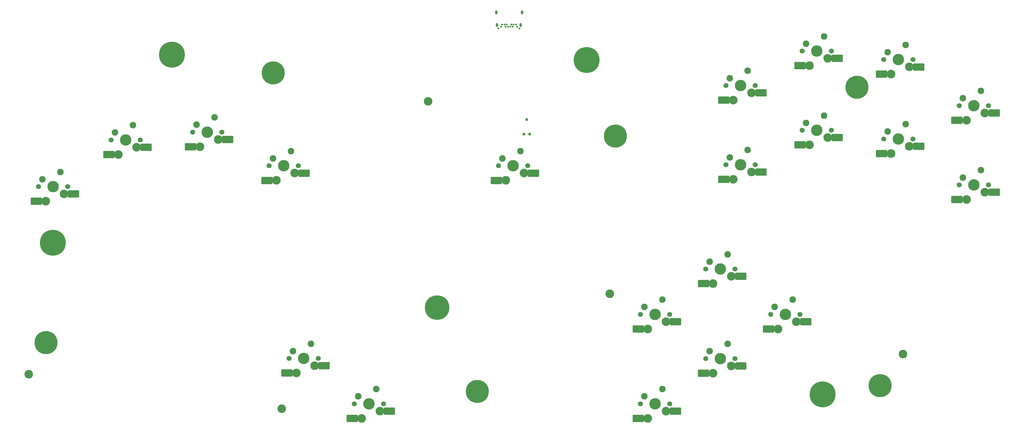
<source format=gbr>
%TF.GenerationSoftware,KiCad,Pcbnew,7.0.2*%
%TF.CreationDate,2023-05-20T09:49:11-05:00*%
%TF.ProjectId,ICOF1,49434f46-312e-46b6-9963-61645f706362,rev?*%
%TF.SameCoordinates,Original*%
%TF.FileFunction,Soldermask,Bot*%
%TF.FilePolarity,Negative*%
%FSLAX46Y46*%
G04 Gerber Fmt 4.6, Leading zero omitted, Abs format (unit mm)*
G04 Created by KiCad (PCBNEW 7.0.2) date 2023-05-20 09:49:11*
%MOMM*%
%LPD*%
G01*
G04 APERTURE LIST*
G04 Aperture macros list*
%AMRoundRect*
0 Rectangle with rounded corners*
0 $1 Rounding radius*
0 $2 $3 $4 $5 $6 $7 $8 $9 X,Y pos of 4 corners*
0 Add a 4 corners polygon primitive as box body*
4,1,4,$2,$3,$4,$5,$6,$7,$8,$9,$2,$3,0*
0 Add four circle primitives for the rounded corners*
1,1,$1+$1,$2,$3*
1,1,$1+$1,$4,$5*
1,1,$1+$1,$6,$7*
1,1,$1+$1,$8,$9*
0 Add four rect primitives between the rounded corners*
20,1,$1+$1,$2,$3,$4,$5,0*
20,1,$1+$1,$4,$5,$6,$7,0*
20,1,$1+$1,$6,$7,$8,$9,0*
20,1,$1+$1,$8,$9,$2,$3,0*%
G04 Aperture macros list end*
%ADD10C,9.000000*%
%ADD11C,3.000000*%
%ADD12C,8.000000*%
%ADD13C,8.500000*%
%ADD14C,0.990600*%
%ADD15C,0.650000*%
%ADD16O,0.800000X1.400000*%
%ADD17C,1.750000*%
%ADD18C,3.987800*%
%ADD19RoundRect,0.253000X-1.697000X-1.012000X1.697000X-1.012000X1.697000X1.012000X-1.697000X1.012000X0*%
%ADD20C,2.286000*%
G04 APERTURE END LIST*
D10*
%TO.C,@HOLE15*%
X320031100Y-158103600D03*
%TD*%
D11*
%TO.C,@HOLE1*%
X348031100Y-144103600D03*
%TD*%
D12*
%TO.C,@HOLE6*%
X50031100Y-140103600D03*
%TD*%
D10*
%TO.C,@HOLE11*%
X238031100Y-41603600D03*
%TD*%
D12*
%TO.C,@HOLE8*%
X248031100Y-68103600D03*
%TD*%
D11*
%TO.C,@HOLE0*%
X132031100Y-163103600D03*
%TD*%
D12*
%TO.C,@HOLE4*%
X332031100Y-51103600D03*
%TD*%
D11*
%TO.C,@HOLE3*%
X246031100Y-123103600D03*
%TD*%
D12*
%TO.C,@HOLE5*%
X340031100Y-155103600D03*
%TD*%
D11*
%TO.C,@HOLE10*%
X182930000Y-56050000D03*
%TD*%
D10*
%TO.C,@HOLE12*%
X52431100Y-105303600D03*
%TD*%
D12*
%TO.C,@HOLE7*%
X129031100Y-46103600D03*
%TD*%
D11*
%TO.C,@HOLE2*%
X44031100Y-151103600D03*
%TD*%
D13*
%TO.C,@HOLE14*%
X186031100Y-127903600D03*
%TD*%
D10*
%TO.C,@HOLE13*%
X93831100Y-39803600D03*
%TD*%
D14*
%TO.C,J2*%
X217155000Y-62370000D03*
X218171000Y-67450000D03*
X216139000Y-67450000D03*
%TD*%
D12*
%TO.C,@HOLE9*%
X200031100Y-157103600D03*
%TD*%
D15*
%TO.C,J1*%
X214656000Y-30656000D03*
X207306000Y-30656000D03*
X208256000Y-30006000D03*
X208656000Y-29306000D03*
X209456000Y-29306000D03*
X209856000Y-30006000D03*
X210256000Y-29306000D03*
X210656000Y-30006000D03*
X211456000Y-30006000D03*
X211856000Y-29306000D03*
X212256000Y-30006000D03*
X212656000Y-29306000D03*
X213456000Y-29306000D03*
X213856000Y-30006000D03*
D16*
X215546000Y-25016000D03*
X215111000Y-29406000D03*
X206851000Y-29406000D03*
X206566000Y-25016000D03*
%TD*%
D17*
%TO.C,SW25*%
X351451100Y-69107600D03*
D11*
X350181100Y-71647600D03*
D18*
X346371100Y-69107600D03*
D11*
X343831100Y-74187600D03*
D17*
X341291100Y-69107600D03*
D19*
X353481100Y-71657600D03*
D20*
X348891100Y-63977600D03*
X342631100Y-66537600D03*
D19*
X340521100Y-74192600D03*
%TD*%
D17*
%TO.C,SW40*%
X312220100Y-130237600D03*
D11*
X310950100Y-132777600D03*
D18*
X307140100Y-130237600D03*
D11*
X304600100Y-135317600D03*
D17*
X302060100Y-130237600D03*
D19*
X314250100Y-132787600D03*
D20*
X309660100Y-125107600D03*
X303400100Y-127667600D03*
D19*
X301290100Y-135322600D03*
%TD*%
D17*
%TO.C,SW8*%
X111212100Y-66738600D03*
D11*
X109942100Y-69278600D03*
D18*
X106132100Y-66738600D03*
D11*
X103592100Y-71818600D03*
D17*
X101052100Y-66738600D03*
D19*
X113242100Y-69288600D03*
D20*
X108652100Y-61608600D03*
X102392100Y-64168600D03*
D19*
X100282100Y-71823600D03*
%TD*%
D17*
%TO.C,SW22*%
X323096100Y-66132600D03*
D11*
X321826100Y-68672600D03*
D18*
X318016100Y-66132600D03*
D11*
X315476100Y-71212600D03*
D17*
X312936100Y-66132600D03*
D19*
X325126100Y-68682600D03*
D20*
X320536100Y-61002600D03*
X314276100Y-63562600D03*
D19*
X312166100Y-71217600D03*
%TD*%
D17*
%TO.C,SW26*%
X377674100Y-85143600D03*
D11*
X376404100Y-87683600D03*
D18*
X372594100Y-85143600D03*
D11*
X370054100Y-90223600D03*
D17*
X367514100Y-85143600D03*
D19*
X379704100Y-87693600D03*
D20*
X375114100Y-80013600D03*
X368854100Y-82573600D03*
D19*
X366744100Y-90228600D03*
%TD*%
D17*
%TO.C,SW3*%
X217516100Y-78501600D03*
D11*
X216246100Y-81041600D03*
D18*
X212436100Y-78501600D03*
D11*
X209896100Y-83581600D03*
D17*
X207356100Y-78501600D03*
D19*
X219546100Y-81051600D03*
D20*
X214956100Y-73371600D03*
X208696100Y-75931600D03*
D19*
X206586100Y-83586600D03*
%TD*%
D17*
%TO.C,SW35*%
X289563100Y-114467600D03*
D11*
X288293100Y-117007600D03*
D18*
X284483100Y-114467600D03*
D11*
X281943100Y-119547600D03*
D17*
X279403100Y-114467600D03*
D19*
X291593100Y-117017600D03*
D20*
X287003100Y-109337600D03*
X280743100Y-111897600D03*
D19*
X278633100Y-119552600D03*
%TD*%
D17*
%TO.C,SW19*%
X377674100Y-57533600D03*
D11*
X376404100Y-60073600D03*
D18*
X372594100Y-57533600D03*
D11*
X370054100Y-62613600D03*
D17*
X367514100Y-57533600D03*
D19*
X379704100Y-60083600D03*
D20*
X375114100Y-52403600D03*
X368854100Y-54963600D03*
D19*
X366744100Y-62618600D03*
%TD*%
D17*
%TO.C,SW12*%
X296578100Y-50518600D03*
D11*
X295308100Y-53058600D03*
D18*
X291498100Y-50518600D03*
D11*
X288958100Y-55598600D03*
D17*
X286418100Y-50518600D03*
D19*
X298608100Y-53068600D03*
D20*
X294018100Y-45388600D03*
X287758100Y-47948600D03*
D19*
X285648100Y-55603600D03*
%TD*%
D17*
%TO.C,SW38*%
X289563100Y-145652600D03*
D11*
X288293100Y-148192600D03*
D18*
X284483100Y-145652600D03*
D11*
X281943100Y-150732600D03*
D17*
X279403100Y-145652600D03*
D19*
X291593100Y-148202600D03*
D20*
X287003100Y-140522600D03*
X280743100Y-143082600D03*
D19*
X278633100Y-150737600D03*
%TD*%
D17*
%TO.C,SW28*%
X144740000Y-145630000D03*
D11*
X143470000Y-148170000D03*
D18*
X139660000Y-145630000D03*
D11*
X137120000Y-150710000D03*
D17*
X134580000Y-145630000D03*
D19*
X146770000Y-148180000D03*
D20*
X142180000Y-140500000D03*
X135920000Y-143060000D03*
D19*
X133810000Y-150715000D03*
%TD*%
D17*
%TO.C,SW32*%
X266876100Y-130237600D03*
D11*
X265606100Y-132777600D03*
D18*
X261796100Y-130237600D03*
D11*
X259256100Y-135317600D03*
D17*
X256716100Y-130237600D03*
D19*
X268906100Y-132787600D03*
D20*
X264316100Y-125107600D03*
X258056100Y-127667600D03*
D19*
X255946100Y-135322600D03*
%TD*%
D17*
%TO.C,SW36*%
X266876100Y-161422600D03*
D11*
X265606100Y-163962600D03*
D18*
X261796100Y-161422600D03*
D11*
X259256100Y-166502600D03*
D17*
X256716100Y-161422600D03*
D19*
X268906100Y-163972600D03*
D20*
X264316100Y-156292600D03*
X258056100Y-158852600D03*
D19*
X255946100Y-166507600D03*
%TD*%
D17*
%TO.C,SW10*%
X137784100Y-78501600D03*
D11*
X136514100Y-81041600D03*
D18*
X132704100Y-78501600D03*
D11*
X130164100Y-83581600D03*
D17*
X127624100Y-78501600D03*
D19*
X139814100Y-81051600D03*
D20*
X135224100Y-73371600D03*
X128964100Y-75931600D03*
D19*
X126854100Y-83586600D03*
%TD*%
D17*
%TO.C,SW30*%
X167431100Y-161421600D03*
D11*
X166161100Y-163961600D03*
D18*
X162351100Y-161421600D03*
D11*
X159811100Y-166501600D03*
D17*
X157271100Y-161421600D03*
D19*
X169461100Y-163971600D03*
D20*
X164871100Y-156291600D03*
X158611100Y-158851600D03*
D19*
X156501100Y-166506600D03*
%TD*%
D17*
%TO.C,SW17*%
X351451100Y-41497600D03*
D11*
X350181100Y-44037600D03*
D18*
X346371100Y-41497600D03*
D11*
X343831100Y-46577600D03*
D17*
X341291100Y-41497600D03*
D19*
X353481100Y-44047600D03*
D20*
X348891100Y-36367600D03*
X342631100Y-38927600D03*
D19*
X340521100Y-46582600D03*
%TD*%
D17*
%TO.C,SW21*%
X296578100Y-78127600D03*
D11*
X295308100Y-80667600D03*
D18*
X291498100Y-78127600D03*
D11*
X288958100Y-83207600D03*
D17*
X286418100Y-78127600D03*
D19*
X298608100Y-80677600D03*
D20*
X294018100Y-72997600D03*
X287758100Y-75557600D03*
D19*
X285648100Y-83212600D03*
%TD*%
D17*
%TO.C,SW6*%
X82856100Y-69464600D03*
D11*
X81586100Y-72004600D03*
D18*
X77776100Y-69464600D03*
D11*
X75236100Y-74544600D03*
D17*
X72696100Y-69464600D03*
D19*
X84886100Y-72014600D03*
D20*
X80296100Y-64334600D03*
X74036100Y-66894600D03*
D19*
X71926100Y-74549600D03*
%TD*%
D17*
%TO.C,SW4*%
X57576100Y-85767600D03*
D11*
X56306100Y-88307600D03*
D18*
X52496100Y-85767600D03*
D11*
X49956100Y-90847600D03*
D17*
X47416100Y-85767600D03*
D19*
X59606100Y-88317600D03*
D20*
X55016100Y-80637600D03*
X48756100Y-83197600D03*
D19*
X46646100Y-90852600D03*
%TD*%
D17*
%TO.C,SW14*%
X323096100Y-38522600D03*
D11*
X321826100Y-41062600D03*
D18*
X318016100Y-38522600D03*
D11*
X315476100Y-43602600D03*
D17*
X312936100Y-38522600D03*
D19*
X325126100Y-41072600D03*
D20*
X320536100Y-33392600D03*
X314276100Y-35952600D03*
D19*
X312166100Y-43607600D03*
%TD*%
M02*

</source>
